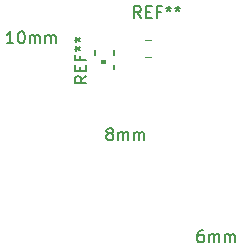
<source format=gbr>
G04 #@! TF.GenerationSoftware,KiCad,Pcbnew,(5.1.0)-1*
G04 #@! TF.CreationDate,2019-10-11T23:09:55-07:00*
G04 #@! TF.ProjectId,Miniscope-v4-FlexPC,4d696e69-7363-46f7-9065-2d76342d466c,rev?*
G04 #@! TF.SameCoordinates,Original*
G04 #@! TF.FileFunction,Legend,Top*
G04 #@! TF.FilePolarity,Positive*
%FSLAX46Y46*%
G04 Gerber Fmt 4.6, Leading zero omitted, Abs format (unit mm)*
G04 Created by KiCad (PCBNEW (5.1.0)-1) date 2019-10-11 23:09:55*
%MOMM*%
%LPD*%
G04 APERTURE LIST*
%ADD10C,0.150000*%
%ADD11C,0.120000*%
%ADD12C,0.100000*%
G04 APERTURE END LIST*
D10*
X36906342Y-32624780D02*
X36715866Y-32624780D01*
X36620628Y-32672400D01*
X36573009Y-32720019D01*
X36477771Y-32862876D01*
X36430152Y-33053352D01*
X36430152Y-33434304D01*
X36477771Y-33529542D01*
X36525390Y-33577161D01*
X36620628Y-33624780D01*
X36811104Y-33624780D01*
X36906342Y-33577161D01*
X36953961Y-33529542D01*
X37001580Y-33434304D01*
X37001580Y-33196209D01*
X36953961Y-33100971D01*
X36906342Y-33053352D01*
X36811104Y-33005733D01*
X36620628Y-33005733D01*
X36525390Y-33053352D01*
X36477771Y-33100971D01*
X36430152Y-33196209D01*
X37430152Y-33624780D02*
X37430152Y-32958114D01*
X37430152Y-33053352D02*
X37477771Y-33005733D01*
X37573009Y-32958114D01*
X37715866Y-32958114D01*
X37811104Y-33005733D01*
X37858723Y-33100971D01*
X37858723Y-33624780D01*
X37858723Y-33100971D02*
X37906342Y-33005733D01*
X38001580Y-32958114D01*
X38144438Y-32958114D01*
X38239676Y-33005733D01*
X38287295Y-33100971D01*
X38287295Y-33624780D01*
X38763485Y-33624780D02*
X38763485Y-32958114D01*
X38763485Y-33053352D02*
X38811104Y-33005733D01*
X38906342Y-32958114D01*
X39049200Y-32958114D01*
X39144438Y-33005733D01*
X39192057Y-33100971D01*
X39192057Y-33624780D01*
X39192057Y-33100971D02*
X39239676Y-33005733D01*
X39334914Y-32958114D01*
X39477771Y-32958114D01*
X39573009Y-33005733D01*
X39620628Y-33100971D01*
X39620628Y-33624780D01*
X28924428Y-24417352D02*
X28829190Y-24369733D01*
X28781571Y-24322114D01*
X28733952Y-24226876D01*
X28733952Y-24179257D01*
X28781571Y-24084019D01*
X28829190Y-24036400D01*
X28924428Y-23988780D01*
X29114904Y-23988780D01*
X29210142Y-24036400D01*
X29257761Y-24084019D01*
X29305380Y-24179257D01*
X29305380Y-24226876D01*
X29257761Y-24322114D01*
X29210142Y-24369733D01*
X29114904Y-24417352D01*
X28924428Y-24417352D01*
X28829190Y-24464971D01*
X28781571Y-24512590D01*
X28733952Y-24607828D01*
X28733952Y-24798304D01*
X28781571Y-24893542D01*
X28829190Y-24941161D01*
X28924428Y-24988780D01*
X29114904Y-24988780D01*
X29210142Y-24941161D01*
X29257761Y-24893542D01*
X29305380Y-24798304D01*
X29305380Y-24607828D01*
X29257761Y-24512590D01*
X29210142Y-24464971D01*
X29114904Y-24417352D01*
X29733952Y-24988780D02*
X29733952Y-24322114D01*
X29733952Y-24417352D02*
X29781571Y-24369733D01*
X29876809Y-24322114D01*
X30019666Y-24322114D01*
X30114904Y-24369733D01*
X30162523Y-24464971D01*
X30162523Y-24988780D01*
X30162523Y-24464971D02*
X30210142Y-24369733D01*
X30305380Y-24322114D01*
X30448238Y-24322114D01*
X30543476Y-24369733D01*
X30591095Y-24464971D01*
X30591095Y-24988780D01*
X31067285Y-24988780D02*
X31067285Y-24322114D01*
X31067285Y-24417352D02*
X31114904Y-24369733D01*
X31210142Y-24322114D01*
X31353000Y-24322114D01*
X31448238Y-24369733D01*
X31495857Y-24464971D01*
X31495857Y-24988780D01*
X31495857Y-24464971D02*
X31543476Y-24369733D01*
X31638714Y-24322114D01*
X31781571Y-24322114D01*
X31876809Y-24369733D01*
X31924428Y-24464971D01*
X31924428Y-24988780D01*
X20853590Y-16784580D02*
X20282161Y-16784580D01*
X20567876Y-16784580D02*
X20567876Y-15784580D01*
X20472638Y-15927438D01*
X20377400Y-16022676D01*
X20282161Y-16070295D01*
X21472638Y-15784580D02*
X21567876Y-15784580D01*
X21663114Y-15832200D01*
X21710733Y-15879819D01*
X21758352Y-15975057D01*
X21805971Y-16165533D01*
X21805971Y-16403628D01*
X21758352Y-16594104D01*
X21710733Y-16689342D01*
X21663114Y-16736961D01*
X21567876Y-16784580D01*
X21472638Y-16784580D01*
X21377400Y-16736961D01*
X21329780Y-16689342D01*
X21282161Y-16594104D01*
X21234542Y-16403628D01*
X21234542Y-16165533D01*
X21282161Y-15975057D01*
X21329780Y-15879819D01*
X21377400Y-15832200D01*
X21472638Y-15784580D01*
X22234542Y-16784580D02*
X22234542Y-16117914D01*
X22234542Y-16213152D02*
X22282161Y-16165533D01*
X22377400Y-16117914D01*
X22520257Y-16117914D01*
X22615495Y-16165533D01*
X22663114Y-16260771D01*
X22663114Y-16784580D01*
X22663114Y-16260771D02*
X22710733Y-16165533D01*
X22805971Y-16117914D01*
X22948828Y-16117914D01*
X23044066Y-16165533D01*
X23091685Y-16260771D01*
X23091685Y-16784580D01*
X23567876Y-16784580D02*
X23567876Y-16117914D01*
X23567876Y-16213152D02*
X23615495Y-16165533D01*
X23710733Y-16117914D01*
X23853590Y-16117914D01*
X23948828Y-16165533D01*
X23996447Y-16260771D01*
X23996447Y-16784580D01*
X23996447Y-16260771D02*
X24044066Y-16165533D01*
X24139304Y-16117914D01*
X24282161Y-16117914D01*
X24377400Y-16165533D01*
X24425019Y-16260771D01*
X24425019Y-16784580D01*
D11*
X31988748Y-17960000D02*
X32511252Y-17960000D01*
X31988748Y-16540000D02*
X32511252Y-16540000D01*
D12*
G36*
X28600400Y-18186400D02*
G01*
X28300400Y-18186400D01*
X28300400Y-18486400D01*
X28600400Y-18486400D01*
X28600400Y-18186400D01*
G37*
X28600400Y-18186400D02*
X28300400Y-18186400D01*
X28300400Y-18486400D01*
X28600400Y-18486400D01*
X28600400Y-18186400D01*
D10*
X27800400Y-17386400D02*
X27800400Y-17786400D01*
X29400400Y-17786400D02*
X29400400Y-17386400D01*
X29400400Y-18986400D02*
X29400400Y-18586400D01*
X31653266Y-14654380D02*
X31319933Y-14178190D01*
X31081838Y-14654380D02*
X31081838Y-13654380D01*
X31462790Y-13654380D01*
X31558028Y-13702000D01*
X31605647Y-13749619D01*
X31653266Y-13844857D01*
X31653266Y-13987714D01*
X31605647Y-14082952D01*
X31558028Y-14130571D01*
X31462790Y-14178190D01*
X31081838Y-14178190D01*
X32081838Y-14130571D02*
X32415171Y-14130571D01*
X32558028Y-14654380D02*
X32081838Y-14654380D01*
X32081838Y-13654380D01*
X32558028Y-13654380D01*
X33319933Y-14130571D02*
X32986600Y-14130571D01*
X32986600Y-14654380D02*
X32986600Y-13654380D01*
X33462790Y-13654380D01*
X33986600Y-13654380D02*
X33986600Y-13892476D01*
X33748504Y-13797238D02*
X33986600Y-13892476D01*
X34224695Y-13797238D01*
X33843742Y-14082952D02*
X33986600Y-13892476D01*
X34129457Y-14082952D01*
X34748504Y-13654380D02*
X34748504Y-13892476D01*
X34510409Y-13797238D02*
X34748504Y-13892476D01*
X34986600Y-13797238D01*
X34605647Y-14082952D02*
X34748504Y-13892476D01*
X34891361Y-14082952D01*
X27027780Y-19569733D02*
X26551590Y-19903066D01*
X27027780Y-20141161D02*
X26027780Y-20141161D01*
X26027780Y-19760209D01*
X26075400Y-19664971D01*
X26123019Y-19617352D01*
X26218257Y-19569733D01*
X26361114Y-19569733D01*
X26456352Y-19617352D01*
X26503971Y-19664971D01*
X26551590Y-19760209D01*
X26551590Y-20141161D01*
X26503971Y-19141161D02*
X26503971Y-18807828D01*
X27027780Y-18664971D02*
X27027780Y-19141161D01*
X26027780Y-19141161D01*
X26027780Y-18664971D01*
X26503971Y-17903066D02*
X26503971Y-18236400D01*
X27027780Y-18236400D02*
X26027780Y-18236400D01*
X26027780Y-17760209D01*
X26027780Y-17236400D02*
X26265876Y-17236400D01*
X26170638Y-17474495D02*
X26265876Y-17236400D01*
X26170638Y-16998304D01*
X26456352Y-17379257D02*
X26265876Y-17236400D01*
X26456352Y-17093542D01*
X26027780Y-16474495D02*
X26265876Y-16474495D01*
X26170638Y-16712590D02*
X26265876Y-16474495D01*
X26170638Y-16236400D01*
X26456352Y-16617352D02*
X26265876Y-16474495D01*
X26456352Y-16331638D01*
M02*

</source>
